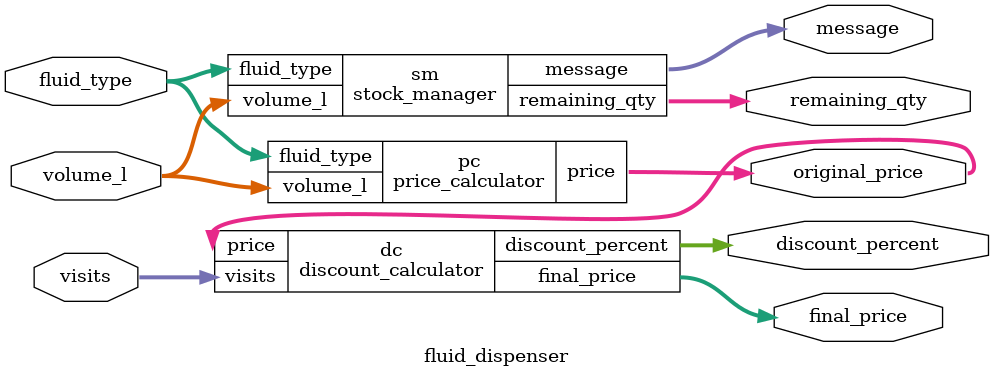
<source format=v>
`timescale 1ns/1ps

module dff (
    input d,
    input clk,
    input reset,
    output reg q
);
    always @(posedge clk or posedge reset)
        if (reset) q <= 0;
        else q <= d;
endmodule

// ----------------------------------------------------
// 4-bit Counter (Dataflow style)
// ----------------------------------------------------
module counter4 (
    input clk,
    input reset,
    input enable,
    output [3:0] q
);
    wire [3:0] next_q;
    wire t1, t2, t3;

    assign next_q[0] = q[0] ^ enable;
    assign t1 = q[0] & enable;
    assign next_q[1] = q[1] ^ t1;

    assign t2 = q[0] & q[1] & enable;
    assign next_q[2] = q[2] ^ t2;

    assign t3 = q[0] & q[1] & q[2] & enable;
    assign next_q[3] = q[3] ^ t3;

    dff ff0 (.d(next_q[0]), .clk(clk), .reset(reset), .q(q[0]));
    dff ff1 (.d(next_q[1]), .clk(clk), .reset(reset), .q(q[1]));
    dff ff2 (.d(next_q[2]), .clk(clk), .reset(reset), .q(q[2]));
    dff ff3 (.d(next_q[3]), .clk(clk), .reset(reset), .q(q[3]));
endmodule

// ----------------------------------------------------
// Visit Tracker — Dataflow (per-user counters)
// ----------------------------------------------------
module visit_tracker (
    input clk,
    input reset,
    input [3:0] user_id,
    output [7:0] visits
);
    wire [3:0] visit [0:15];
    wire [15:0] enable;

    genvar i;
    generate
        for (i = 0; i < 16; i = i + 1) begin : COUNTERS
            assign enable[i] = (user_id == i);
            counter4 c (.clk(clk), .reset(reset), .enable(enable[i]), .q(visit[i]));
        end
    endgenerate

    assign visits =
        (user_id == 4'd0)  ? {4'b0000, visit[0]}  :
        (user_id == 4'd1)  ? {4'b0000, visit[1]}  :
        (user_id == 4'd2)  ? {4'b0000, visit[2]}  :
        (user_id == 4'd3)  ? {4'b0000, visit[3]}  :
        (user_id == 4'd4)  ? {4'b0000, visit[4]}  :
        (user_id == 4'd5)  ? {4'b0000, visit[5]}  :
        (user_id == 4'd6)  ? {4'b0000, visit[6]}  :
        (user_id == 4'd7)  ? {4'b0000, visit[7]}  :
        (user_id == 4'd8)  ? {4'b0000, visit[8]}  :
        (user_id == 4'd9)  ? {4'b0000, visit[9]}  :
        (user_id == 4'd10) ? {4'b0000, visit[10]} :
        (user_id == 4'd11) ? {4'b0000, visit[11]} :
        (user_id == 4'd12) ? {4'b0000, visit[12]} :
        (user_id == 4'd13) ? {4'b0000, visit[13]} :
        (user_id == 4'd14) ? {4'b0000, visit[14]} :
                             {4'b0000, visit[15]};
endmodule

// ----------------------------------------------------
// Price Calculator — Pure Dataflow (no always)
// ----------------------------------------------------
module price_calculator (
    input [1:0] fluid_type,
    input [7:0] volume_l,
    output [15:0] price
);
    wire [15:0] first_part, second_part;
    wire [15:0] pw, pj, pc;

    assign first_part  = (volume_l <= 1) ? volume_l : 1;
    assign second_part = (volume_l <= 1) ? 0 : (volume_l - 1);

    assign pw = (first_part * 20) + (second_part * 10); // Water
    assign pj = (first_part * 50) + (second_part * 30); // Juice
    assign pc = (first_part * 40) + (second_part * 20); // Chemical

    assign price = (fluid_type == 2'b00) ? pw :
                   (fluid_type == 2'b01) ? pj :
                   (fluid_type == 2'b10) ? pc : 0;
endmodule

// ----------------------------------------------------
// Discount Calculator — Pure Dataflow
// ----------------------------------------------------
module discount_calculator (
    input [7:0] visits,
    input [15:0] price,
    output [7:0] discount_percent,
    output [15:0] final_price
);
    assign discount_percent = (visits <= 2) ? 0 :
                              (visits <= 4) ? 10 : 20;

    assign final_price = price - ((price * discount_percent) / 100);
endmodule

// ----------------------------------------------------
// Stock Manager — Dataflow
// ----------------------------------------------------
module stock_manager (
    input [1:0] fluid_type,
    input [7:0] volume_l,
    output [15:0] remaining_qty,
    output [7:0] message
);
    wire [15:0] water = 100;
    wire [15:0] juice = 80;
    wire [15:0] chemical = 60;

    assign message =
        ((fluid_type == 2'b00) && (volume_l > water))    ? 1 :
        ((fluid_type == 2'b01) && (volume_l > juice))    ? 1 :
        ((fluid_type == 2'b10) && (volume_l > chemical)) ? 1 : 0;

    assign remaining_qty =
        (fluid_type == 2'b00) ? ((volume_l > water) ? water : (water - volume_l)) :
        (fluid_type == 2'b01) ? ((volume_l > juice) ? juice : (juice - volume_l)) :
        (fluid_type == 2'b10) ? ((volume_l > chemical) ? chemical : (chemical - volume_l)) :
                                0;
endmodule

// ----------------------------------------------------
// Top-Level — Fluid Dispenser (Dataflow Connections)
// ----------------------------------------------------
module fluid_dispenser (
    input [1:0] fluid_type,
    input [7:0] volume_l,
    input [7:0] visits,
    output [15:0] original_price,
    output [15:0] final_price,
    output [7:0] discount_percent,
    output [15:0] remaining_qty,
    output [7:0] message
);
    price_calculator pc (
        .fluid_type(fluid_type),
        .volume_l(volume_l),
        .price(original_price)
    );

    discount_calculator dc (
        .visits(visits),
        .price(original_price),
        .discount_percent(discount_percent),
        .final_price(final_price)
    );

    stock_manager sm (
        .fluid_type(fluid_type),
        .volume_l(volume_l),
        .remaining_qty(remaining_qty),
        .message(message)
    );
endmodule

</source>
